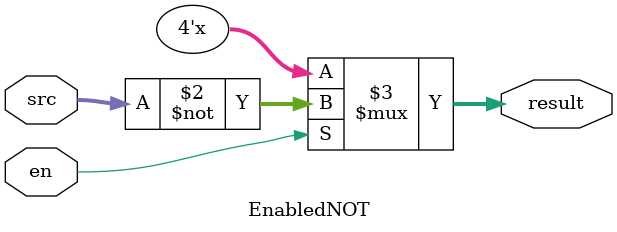
<source format=sv>
module EnabledNOT(
    input en,
    input [3:0] src,
    output reg [3:0] result
);
    always @(*) begin
        result = en ? ~src : 4'bzzzz;
    end
endmodule

</source>
